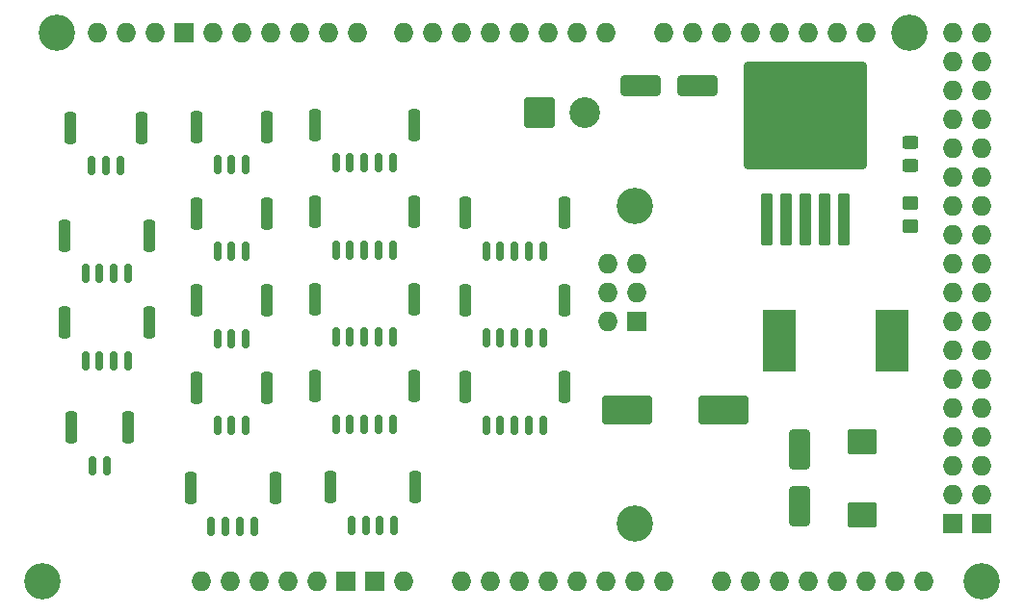
<source format=gts>
G04 #@! TF.GenerationSoftware,KiCad,Pcbnew,7.0.5*
G04 #@! TF.CreationDate,2023-09-27T13:54:17+07:00*
G04 #@! TF.ProjectId,sumoRobotPCB,73756d6f-526f-4626-9f74-5043422e6b69,rev?*
G04 #@! TF.SameCoordinates,Original*
G04 #@! TF.FileFunction,Soldermask,Top*
G04 #@! TF.FilePolarity,Negative*
%FSLAX46Y46*%
G04 Gerber Fmt 4.6, Leading zero omitted, Abs format (unit mm)*
G04 Created by KiCad (PCBNEW 7.0.5) date 2023-09-27 13:54:17*
%MOMM*%
%LPD*%
G01*
G04 APERTURE LIST*
G04 Aperture macros list*
%AMRoundRect*
0 Rectangle with rounded corners*
0 $1 Rounding radius*
0 $2 $3 $4 $5 $6 $7 $8 $9 X,Y pos of 4 corners*
0 Add a 4 corners polygon primitive as box body*
4,1,4,$2,$3,$4,$5,$6,$7,$8,$9,$2,$3,0*
0 Add four circle primitives for the rounded corners*
1,1,$1+$1,$2,$3*
1,1,$1+$1,$4,$5*
1,1,$1+$1,$6,$7*
1,1,$1+$1,$8,$9*
0 Add four rect primitives between the rounded corners*
20,1,$1+$1,$2,$3,$4,$5,0*
20,1,$1+$1,$4,$5,$6,$7,0*
20,1,$1+$1,$6,$7,$8,$9,0*
20,1,$1+$1,$8,$9,$2,$3,0*%
G04 Aperture macros list end*
%ADD10RoundRect,0.150000X-0.150000X-0.700000X0.150000X-0.700000X0.150000X0.700000X-0.150000X0.700000X0*%
%ADD11RoundRect,0.250000X-0.250000X-1.150000X0.250000X-1.150000X0.250000X1.150000X-0.250000X1.150000X0*%
%ADD12RoundRect,0.250000X1.500000X0.650000X-1.500000X0.650000X-1.500000X-0.650000X1.500000X-0.650000X0*%
%ADD13RoundRect,0.250000X-1.025000X0.875000X-1.025000X-0.875000X1.025000X-0.875000X1.025000X0.875000X0*%
%ADD14RoundRect,0.250000X-0.650000X1.500000X-0.650000X-1.500000X0.650000X-1.500000X0.650000X1.500000X0*%
%ADD15RoundRect,0.250000X-0.450000X0.325000X-0.450000X-0.325000X0.450000X-0.325000X0.450000X0.325000X0*%
%ADD16RoundRect,0.250001X-1.099999X-1.099999X1.099999X-1.099999X1.099999X1.099999X-1.099999X1.099999X0*%
%ADD17C,2.700000*%
%ADD18R,2.900000X5.400000*%
%ADD19C,3.200000*%
%ADD20O,1.727200X1.727200*%
%ADD21R,1.727200X1.727200*%
%ADD22RoundRect,0.250000X0.300000X-2.050000X0.300000X2.050000X-0.300000X2.050000X-0.300000X-2.050000X0*%
%ADD23RoundRect,0.250002X5.149998X-4.449998X5.149998X4.449998X-5.149998X4.449998X-5.149998X-4.449998X0*%
%ADD24RoundRect,0.250000X-1.950000X-1.000000X1.950000X-1.000000X1.950000X1.000000X-1.950000X1.000000X0*%
%ADD25RoundRect,0.250000X0.450000X-0.350000X0.450000X0.350000X-0.450000X0.350000X-0.450000X-0.350000X0*%
G04 APERTURE END LIST*
D10*
X232744000Y-113478000D03*
X233994000Y-113478000D03*
X235244000Y-113478000D03*
X236494000Y-113478000D03*
X237744000Y-113478000D03*
D11*
X230894000Y-110128000D03*
X239594000Y-110128000D03*
D10*
X232744000Y-128778000D03*
X233994000Y-128778000D03*
X235244000Y-128778000D03*
X236494000Y-128778000D03*
X237744000Y-128778000D03*
D11*
X230894000Y-125428000D03*
X239594000Y-125428000D03*
D10*
X209114000Y-105876000D03*
X210364000Y-105876000D03*
X211614000Y-105876000D03*
D11*
X207264000Y-102526000D03*
X213464000Y-102526000D03*
D12*
X251310000Y-98920000D03*
X246310000Y-98920000D03*
D10*
X220900000Y-137610000D03*
X222150000Y-137610000D03*
X223400000Y-137610000D03*
X224650000Y-137610000D03*
D11*
X219050000Y-134260000D03*
X226500000Y-134260000D03*
D10*
X209114000Y-128826000D03*
X210364000Y-128826000D03*
X211614000Y-128826000D03*
D11*
X207264000Y-125476000D03*
X213464000Y-125476000D03*
D10*
X198140000Y-132334000D03*
X199390000Y-132334000D03*
D11*
X196290000Y-128984000D03*
X201240000Y-128984000D03*
D13*
X265750000Y-130252000D03*
X265750000Y-136652000D03*
D14*
X260310000Y-130954000D03*
X260310000Y-135954000D03*
D10*
X219536000Y-105738000D03*
X220786000Y-105738000D03*
X222036000Y-105738000D03*
X223286000Y-105738000D03*
X224536000Y-105738000D03*
D11*
X217686000Y-102388000D03*
X226386000Y-102388000D03*
D10*
X198088000Y-105966000D03*
X199338000Y-105966000D03*
X200588000Y-105966000D03*
D11*
X196238000Y-102616000D03*
X202438000Y-102616000D03*
D10*
X197515000Y-123108000D03*
X198765000Y-123108000D03*
X200015000Y-123108000D03*
X201265000Y-123108000D03*
D11*
X195665000Y-119758000D03*
X203115000Y-119758000D03*
D10*
X219536000Y-128688000D03*
X220786000Y-128688000D03*
X222036000Y-128688000D03*
X223286000Y-128688000D03*
X224536000Y-128688000D03*
D11*
X217686000Y-125338000D03*
X226386000Y-125338000D03*
D15*
X270000000Y-103900000D03*
X270000000Y-105950000D03*
D16*
X237430000Y-101280000D03*
D17*
X241390000Y-101280000D03*
D18*
X258490000Y-121350000D03*
X268390000Y-121350000D03*
D19*
X193760000Y-142520000D03*
X195030000Y-94260000D03*
D20*
X207730000Y-142520000D03*
D19*
X245830000Y-109500000D03*
X245830000Y-137440000D03*
X269960000Y-94260000D03*
X276310000Y-142520000D03*
D20*
X215350000Y-142520000D03*
X217890000Y-142520000D03*
X245957000Y-114580000D03*
X273770000Y-94260000D03*
X276310000Y-94260000D03*
X230590000Y-142520000D03*
X233130000Y-142520000D03*
X235670000Y-142520000D03*
X238210000Y-142520000D03*
X240750000Y-142520000D03*
X243290000Y-142520000D03*
X245830000Y-142520000D03*
X248370000Y-142520000D03*
X253450000Y-142520000D03*
X255990000Y-142520000D03*
X258530000Y-142520000D03*
X261070000Y-142520000D03*
X263610000Y-142520000D03*
X266150000Y-142520000D03*
X268690000Y-142520000D03*
X271230000Y-142520000D03*
X203666000Y-94260000D03*
X243290000Y-94260000D03*
X240750000Y-94260000D03*
X238210000Y-94260000D03*
X235670000Y-94260000D03*
X233130000Y-94260000D03*
X230590000Y-94260000D03*
X228050000Y-94260000D03*
X225510000Y-94260000D03*
X221446000Y-94260000D03*
X218906000Y-94260000D03*
X216366000Y-94260000D03*
X213826000Y-94260000D03*
X211286000Y-94260000D03*
X208746000Y-94260000D03*
X248370000Y-94260000D03*
X250910000Y-94260000D03*
X253450000Y-94260000D03*
X255990000Y-94260000D03*
X258530000Y-94260000D03*
X261070000Y-94260000D03*
X263610000Y-94260000D03*
X266150000Y-94260000D03*
X273770000Y-96800000D03*
X276310000Y-96800000D03*
X273770000Y-99340000D03*
X276310000Y-99340000D03*
X273770000Y-101880000D03*
X276310000Y-101880000D03*
X273770000Y-104420000D03*
X276310000Y-104420000D03*
X273770000Y-106960000D03*
X276310000Y-106960000D03*
X273770000Y-109500000D03*
X276310000Y-109500000D03*
X273770000Y-112040000D03*
X276310000Y-112040000D03*
X273770000Y-114580000D03*
X276310000Y-114580000D03*
X273770000Y-117120000D03*
X276310000Y-117120000D03*
X273770000Y-119660000D03*
X276310000Y-119660000D03*
X273770000Y-122200000D03*
X276310000Y-122200000D03*
X273770000Y-124740000D03*
X276310000Y-124740000D03*
X273770000Y-127280000D03*
X276310000Y-127280000D03*
X273770000Y-129820000D03*
X276310000Y-129820000D03*
X273770000Y-132360000D03*
X276310000Y-132360000D03*
X273770000Y-134900000D03*
X276310000Y-134900000D03*
D21*
X206206000Y-94260000D03*
X220430000Y-142520000D03*
X222970000Y-142520000D03*
X245957000Y-119660000D03*
X273770000Y-137440000D03*
X276310000Y-137440000D03*
D20*
X210270000Y-142520000D03*
X243417000Y-114580000D03*
X245957000Y-117120000D03*
X212810000Y-142520000D03*
X243417000Y-119660000D03*
X243417000Y-117120000D03*
X198586000Y-94260000D03*
X201126000Y-94260000D03*
X225510000Y-142520000D03*
D10*
X209114000Y-121176000D03*
X210364000Y-121176000D03*
X211614000Y-121176000D03*
D11*
X207264000Y-117826000D03*
X213464000Y-117826000D03*
D10*
X209114000Y-113526000D03*
X210364000Y-113526000D03*
X211614000Y-113526000D03*
D11*
X207264000Y-110176000D03*
X213464000Y-110176000D03*
D10*
X232744000Y-121128000D03*
X233994000Y-121128000D03*
X235244000Y-121128000D03*
X236494000Y-121128000D03*
X237744000Y-121128000D03*
D11*
X230894000Y-117778000D03*
X239594000Y-117778000D03*
D10*
X219536000Y-121038000D03*
X220786000Y-121038000D03*
X222036000Y-121038000D03*
X223286000Y-121038000D03*
X224536000Y-121038000D03*
D11*
X217686000Y-117688000D03*
X226386000Y-117688000D03*
D10*
X208594000Y-137668000D03*
X209844000Y-137668000D03*
X211094000Y-137668000D03*
X212344000Y-137668000D03*
D11*
X206744000Y-134318000D03*
X214194000Y-134318000D03*
D22*
X257385000Y-110725000D03*
X259085000Y-110725000D03*
X260785000Y-110725000D03*
D23*
X260785000Y-101575000D03*
D22*
X262485000Y-110725000D03*
X264185000Y-110725000D03*
D10*
X219536000Y-113388000D03*
X220786000Y-113388000D03*
X222036000Y-113388000D03*
X223286000Y-113388000D03*
X224536000Y-113388000D03*
D11*
X217686000Y-110038000D03*
X226386000Y-110038000D03*
D24*
X245160000Y-127420000D03*
X253560000Y-127420000D03*
D10*
X197515000Y-115458000D03*
X198765000Y-115458000D03*
X200015000Y-115458000D03*
X201265000Y-115458000D03*
D11*
X195665000Y-112108000D03*
X203115000Y-112108000D03*
D25*
X270000000Y-111270000D03*
X270000000Y-109270000D03*
M02*

</source>
